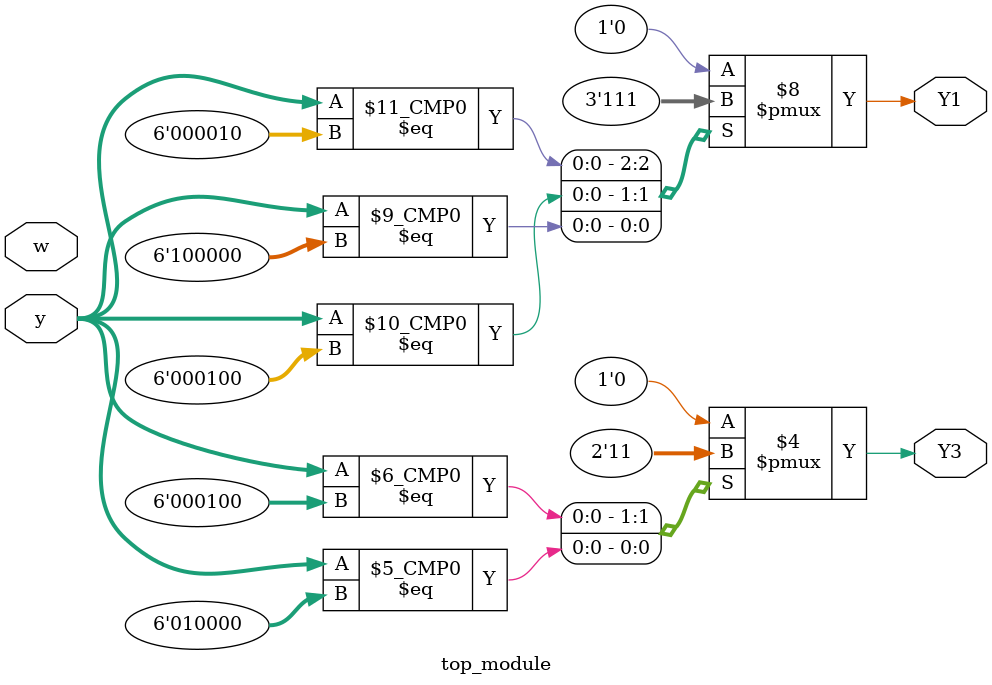
<source format=sv>
module top_module (
  input [5:0] y,
  input w,
  output reg Y1,
  output reg Y3
);

  always @(y) begin
    case (y)
      6'b000001: begin  // State A
        Y1 = 1'b0;
        Y3 = 1'b0;
      end
      
      6'b000010: begin  // State B
        Y1 = 1'b1;
        Y3 = 1'b0;
      end
      
      6'b000100: begin  // State C
        Y1 = 1'b1;
        Y3 = 1'b1;
      end
      
      6'b001000: begin  // State D
        Y1 = 1'b0;
        Y3 = 1'b0;
      end
      
      6'b010000: begin  // State E
        Y1 = 1'b0;
        Y3 = 1'b1;
      end
      
      6'b100000: begin  // State F
        Y1 = 1'b1;
        Y3 = 1'b0;
      end
      
      default: begin
        Y1 = 1'b0;
        Y3 = 1'b0;
      end
    endcase
  end

endmodule

</source>
